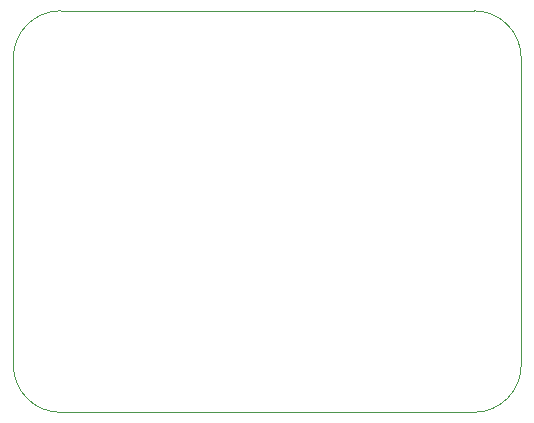
<source format=gbr>
%TF.GenerationSoftware,KiCad,Pcbnew,7.0.9*%
%TF.CreationDate,2023-12-08T01:22:57+08:00*%
%TF.ProjectId,Basic_STM32_Bluepill,42617369-635f-4535-944d-33325f426c75,rev?*%
%TF.SameCoordinates,Original*%
%TF.FileFunction,Profile,NP*%
%FSLAX46Y46*%
G04 Gerber Fmt 4.6, Leading zero omitted, Abs format (unit mm)*
G04 Created by KiCad (PCBNEW 7.0.9) date 2023-12-08 01:22:57*
%MOMM*%
%LPD*%
G01*
G04 APERTURE LIST*
%TA.AperFunction,Profile*%
%ADD10C,0.100000*%
%TD*%
G04 APERTURE END LIST*
D10*
X137000000Y-77000000D02*
G75*
G03*
X133000000Y-81000000I0J-4000000D01*
G01*
X172000000Y-111000000D02*
X137000000Y-111000000D01*
X133000000Y-107000000D02*
G75*
G03*
X137000000Y-111000000I4000000J0D01*
G01*
X172000000Y-111000000D02*
G75*
G03*
X176000000Y-107000000I0J4000000D01*
G01*
X176000000Y-81000000D02*
X176000000Y-107000000D01*
X137000000Y-77000000D02*
X172000000Y-77000000D01*
X176000000Y-81000000D02*
G75*
G03*
X172000000Y-77000000I-4000000J0D01*
G01*
X133000000Y-107000000D02*
X133000000Y-81000000D01*
M02*

</source>
